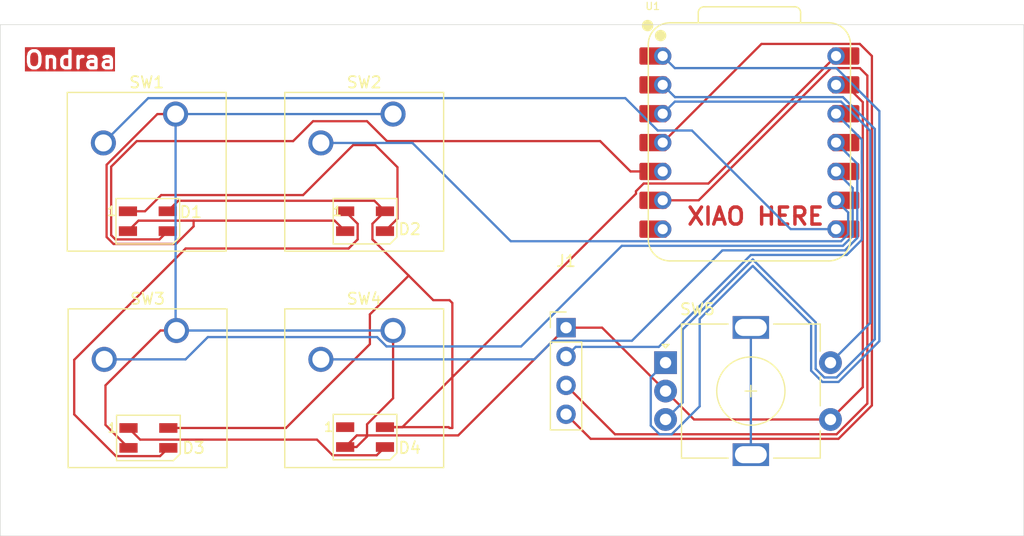
<source format=kicad_pcb>
(kicad_pcb (version 20241229) (generator "pcbnew") (generator_version "9.0")
  (layers (0 "F.Cu" signal) (2 "B.Cu" signal) (13 "F.Paste" user) (15 "B.Paste" user) (5 "F.SilkS" user "F.Silkscreen") (7 "B.SilkS" user "B.Silkscreen") (1 "F.Mask" user) (3 "B.Mask" user) (25 "Edge.Cuts" user))
  (net 0 "")
  (net 1 "Net-(D1-DOUT)")
  (net 2 "+5V")
  (net 3 "Net-(D1-DIN)")
  (net 4 "GND")
  (net 5 "Net-(D2-DOUT)")
  (net 6 "Net-(U1-GPIO1{slash}RX)")
  (net 7 "Net-(U1-GPIO2{slash}SCK)")
  (net 8 "Net-(U1-GPIO4{slash}MISO)")
  (net 9 "Net-(U1-GPIO3{slash}MOSI)")
  (net 10 "Net-(D3-DOUT)")
  (net 12 "Net-(J1-Pin_4)")
  (net 14 "Net-(J1-Pin_3)")
  (net 15 "Net-(J1-Pin_2)")
  (net 16 "unconnected-(SW5-PadMP)")
  (net 17 "Net-(U1-GPIO27{slash}ADC1{slash}A1)")
  (net 18 "Net-(U1-GPIO26{slash}ADC0{slash}A0)")
  (net 19 "Net-(U1-GPIO28{slash}ADC2{slash}A2)")
  (footprint "LED_SMD:LED_SK6812MINI_PLCC4_3.5x3.5mm_P1.75mm" (layer "F.Cu") (at 103.975 62.3)
    (property "Reference" "D1" (at 3.775 -0.8 0) (layer "F.SilkS"))
    (property "Value" "SK6812MINI")
    (fp_line (start -2.8 -2) (end -2.8 2) (stroke (width 0.12)) (layer "F.SilkS"))
    (fp_line (start -2.8 -2) (end 2.8 -2) (stroke (width 0.12)) (layer "F.SilkS"))
    (fp_line (start -2.8 2) (end 2.2 2) (stroke (width 0.12)) (layer "F.SilkS"))
    (fp_line (start 2.8 1.4) (end 2.2 2) (stroke (width 0.12)) (layer "F.SilkS"))
    (fp_line (start 2.8 1.4) (end 2.8 -2) (stroke (width 0.12)) (layer "F.SilkS"))
    (fp_text user "1" (at -3.2 -0.875 0) (layer "F.SilkS") (effects (font (size 0.8 0.8))))
    (pad "1" smd rect (at -1.75 -0.875) (size 1.6 0.85) (layers "F.Cu" "F.Mask" "F.Paste") (net 1 "Net-(D1-DOUT)"))
    (pad "2" smd rect (at -1.75 0.875) (size 1.6 0.85) (layers "F.Cu" "F.Mask" "F.Paste") (net 4 "GND"))
    (pad "3" smd rect (at 1.75 0.875) (size 1.6 0.85) (layers "F.Cu" "F.Mask" "F.Paste") (net 3 "Net-(D1-DIN)"))
    (pad "4" smd rect (at 1.75 -0.875) (size 1.6 0.85) (layers "F.Cu" "F.Mask" "F.Paste") (net 2 "+5V"))
  )
  (footprint "Rotary_Encoder:RotaryEncoder_Alps_EC11E-Switch_Vertical_H20mm" (layer "F.Cu") (at 149.5 74.75)
    (property "Reference" "SW5" (at 2.8 -4.7 0) (layer "F.SilkS"))
    (property "Value" "RotaryEncoder_Switch_MP")
    (fp_line (start -0.3 -1.6) (end 0.3 -1.6) (stroke (width 0.12)) (layer "F.SilkS"))
    (fp_line (start 0 -1.3) (end -0.3 -1.6) (stroke (width 0.12)) (layer "F.SilkS"))
    (fp_line (start 0.3 -1.6) (end 0 -1.3) (stroke (width 0.12)) (layer "F.SilkS"))
    (fp_line (start 1.4 -3.4) (end 1.4 8.4) (stroke (width 0.12)) (layer "F.SilkS"))
    (fp_line (start 5.5 -3.4) (end 1.4 -3.4) (stroke (width 0.12)) (layer "F.SilkS"))
    (fp_line (start 5.5 8.4) (end 1.4 8.4) (stroke (width 0.12)) (layer "F.SilkS"))
    (fp_line (start 7 2.5) (end 8 2.5) (stroke (width 0.12)) (layer "F.SilkS"))
    (fp_line (start 7.5 2) (end 7.5 3) (stroke (width 0.12)) (layer "F.SilkS"))
    (fp_line (start 9.5 -3.4) (end 13.6 -3.4) (stroke (width 0.12)) (layer "F.SilkS"))
    (fp_line (start 13.6 -3.4) (end 13.6 -1) (stroke (width 0.12)) (layer "F.SilkS"))
    (fp_line (start 13.6 1.2) (end 13.6 3.8) (stroke (width 0.12)) (layer "F.SilkS"))
    (fp_line (start 13.6 6) (end 13.6 8.4) (stroke (width 0.12)) (layer "F.SilkS"))
    (fp_line (start 13.6 8.4) (end 9.5 8.4) (stroke (width 0.12)) (layer "F.SilkS"))
    (fp_circle (center 7.5 2.5) (end 10.5 2.5) (stroke (width 0.12)) (fill no) (layer "F.SilkS"))
    (pad "A" thru_hole rect (at 0 0) (size 2 2) (drill 1) (layers "*.Cu" "*.Mask") (net 18 "Net-(U1-GPIO26{slash}ADC0{slash}A0)"))
    (pad "B" thru_hole circle (at 0 5) (size 2 2) (drill 1) (layers "*.Cu" "*.Mask") (net 17 "Net-(U1-GPIO27{slash}ADC1{slash}A1)"))
    (pad "C" thru_hole circle (at 0 2.5) (size 2 2) (drill 1) (layers "*.Cu" "*.Mask") (net 4 "GND"))
    (pad "MP" thru_hole rect (at 7.5 -3.1) (size 3.2 2) (drill oval 2.8 1.5) (layers "*.Cu" "*.Mask") (net 16 "unconnected-(SW5-PadMP)"))
    (pad "MP" thru_hole rect (at 7.5 8.1) (size 3.2 2) (drill oval 2.8 1.5) (layers "*.Cu" "*.Mask") (net 16 "unconnected-(SW5-PadMP)"))
    (pad "S1" thru_hole circle (at 14.5 5) (size 2 2) (drill 1) (layers "*.Cu" "*.Mask") (net 4 "GND"))
    (pad "S2" thru_hole circle (at 14.5 0) (size 2 2) (drill 1) (layers "*.Cu" "*.Mask") (net 19 "Net-(U1-GPIO28{slash}ADC2{slash}A2)"))
  )
  (footprint "Button_Switch_Keyboard:SW_Cherry_MX_1.00u_PCB" (layer "F.Cu") (at 125.54 71.92)
    (property "Reference" "SW4" (at -2.54 -2.794 0) (layer "F.SilkS"))
    (property "Value" "SW_Push")
    (fp_line (start -9.525 -1.905) (end 4.445 -1.905) (stroke (width 0.12)) (layer "F.SilkS"))
    (fp_line (start -9.525 12.065) (end -9.525 -1.905) (stroke (width 0.12)) (layer "F.SilkS"))
    (fp_line (start 4.445 -1.905) (end 4.445 12.065) (stroke (width 0.12)) (layer "F.SilkS"))
    (fp_line (start 4.445 12.065) (end -9.525 12.065) (stroke (width 0.12)) (layer "F.SilkS"))
    (pad "" np_thru_hole circle (at -7.62 5.08) (size 1.7 1.7) (drill 1.7) (layers "*.Cu" "*.Mask"))
    (pad "" np_thru_hole circle (at -2.54 5.08) (size 4 4) (drill 4) (layers "*.Cu" "*.Mask"))
    (pad "" np_thru_hole circle (at 2.54 5.08) (size 1.7 1.7) (drill 1.7) (layers "*.Cu" "*.Mask"))
    (pad "1" thru_hole circle (at 0 0) (size 2.2 2.2) (drill 1.5) (layers "*.Cu" "*.Mask") (net 4 "GND"))
    (pad "2" thru_hole circle (at -6.35 2.54) (size 2.2 2.2) (drill 1.5) (layers "*.Cu" "*.Mask") (net 9 "Net-(U1-GPIO3{slash}MOSI)"))
  )
  (footprint "Button_Switch_Keyboard:SW_Cherry_MX_1.00u_PCB" (layer "F.Cu") (at 106.49 71.92)
    (property "Reference" "SW3" (at -2.54 -2.794 0) (layer "F.SilkS"))
    (property "Value" "SW_Push")
    (fp_line (start -9.525 -1.905) (end 4.445 -1.905) (stroke (width 0.12)) (layer "F.SilkS"))
    (fp_line (start -9.525 12.065) (end -9.525 -1.905) (stroke (width 0.12)) (layer "F.SilkS"))
    (fp_line (start 4.445 -1.905) (end 4.445 12.065) (stroke (width 0.12)) (layer "F.SilkS"))
    (fp_line (start 4.445 12.065) (end -9.525 12.065) (stroke (width 0.12)) (layer "F.SilkS"))
    (pad "" np_thru_hole circle (at -7.62 5.08) (size 1.7 1.7) (drill 1.7) (layers "*.Cu" "*.Mask"))
    (pad "" np_thru_hole circle (at -2.54 5.08) (size 4 4) (drill 4) (layers "*.Cu" "*.Mask"))
    (pad "" np_thru_hole circle (at 2.54 5.08) (size 1.7 1.7) (drill 1.7) (layers "*.Cu" "*.Mask"))
    (pad "1" thru_hole circle (at 0 0) (size 2.2 2.2) (drill 1.5) (layers "*.Cu" "*.Mask") (net 4 "GND"))
    (pad "2" thru_hole circle (at -6.35 2.54) (size 2.2 2.2) (drill 1.5) (layers "*.Cu" "*.Mask") (net 8 "Net-(U1-GPIO4{slash}MISO)"))
  )
  (footprint "LED_SMD:LED_SK6812MINI_PLCC4_3.5x3.5mm_P1.75mm" (layer "F.Cu") (at 123.075 62.3)
    (property "Reference" "D2" (at 3.925 0.7 0) (layer "F.SilkS"))
    (property "Value" "SK6812MINI")
    (fp_line (start -2.8 -2) (end -2.8 2) (stroke (width 0.12)) (layer "F.SilkS"))
    (fp_line (start -2.8 -2) (end 2.8 -2) (stroke (width 0.12)) (layer "F.SilkS"))
    (fp_line (start -2.8 2) (end 2.2 2) (stroke (width 0.12)) (layer "F.SilkS"))
    (fp_line (start 2.8 1.4) (end 2.2 2) (stroke (width 0.12)) (layer "F.SilkS"))
    (fp_line (start 2.8 1.4) (end 2.8 -2) (stroke (width 0.12)) (layer "F.SilkS"))
    (pad "1" smd rect (at -1.75 -0.875) (size 1.6 0.85) (layers "F.Cu" "F.Mask" "F.Paste") (net 5 "Net-(D2-DOUT)"))
    (pad "2" smd rect (at -1.75 0.875) (size 1.6 0.85) (layers "F.Cu" "F.Mask" "F.Paste") (net 4 "GND"))
    (pad "3" smd rect (at 1.75 0.875) (size 1.6 0.85) (layers "F.Cu" "F.Mask" "F.Paste") (net 1 "Net-(D1-DOUT)"))
    (pad "4" smd rect (at 1.75 -0.875) (size 1.6 0.85) (layers "F.Cu" "F.Mask" "F.Paste") (net 2 "+5V"))
  )
  (footprint "OPL Lib:XIAO-RP2040-DIP" (layer "F.Cu") (at 156.87 55.38)
    (property "Reference" "U1" (at -8.5 -12 0) (layer "F.SilkS") (effects (font (size 0.635 0.635) (thickness 0.1016))))
    (property "Value" "XIAO-RP2040-DIP")
    (fp_line (start -8.89 8.509) (end -8.89 -8.636) (stroke (width 0.127)) (layer "F.SilkS"))
    (fp_line (start -6.985 10.414) (end 6.985 10.414) (stroke (width 0.127)) (layer "F.SilkS"))
    (fp_line (start -4.495 -10.541) (end -4.491272 -11.451272) (stroke (width 0.127)) (layer "F.SilkS"))
    (fp_line (start -3.991272 -11.951) (end 4.004 -11.951) (stroke (width 0.127)) (layer "F.SilkS"))
    (fp_line (start 4.504 -11.451) (end 4.504 -10.541) (stroke (width 0.127)) (layer "F.SilkS"))
    (fp_line (start 6.985 -10.541) (end -6.985 -10.541) (stroke (width 0.1)) (layer "F.SilkS"))
    (fp_line (start 6.985 -10.541) (end -6.985 -10.541) (stroke (width 0.127)) (layer "F.SilkS"))
    (fp_line (start 8.89 8.509) (end 8.89 -8.636) (stroke (width 0.127)) (layer "F.SilkS"))
    (fp_arc (start -8.89 -8.636) (mid -8.332038 -9.983038) (end -6.985 -10.541) (stroke (width 0.127)) (layer "F.SilkS"))
    (fp_arc (start -6.985 10.414) (mid -8.332038 9.856038) (end -8.89 8.509) (stroke (width 0.127)) (layer "F.SilkS"))
    (fp_arc (start -4.491272 -11.451272) (mid -4.344728 -11.80464) (end -3.991272 -11.951) (stroke (width 0.127)) (layer "F.SilkS"))
    (fp_arc (start 4.004 -11.951) (mid 4.357553 -11.804553) (end 4.504 -11.451) (stroke (width 0.127)) (layer "F.SilkS"))
    (fp_arc (start 6.985 -10.541) (mid 8.332038 -9.983038) (end 8.89 -8.636) (stroke (width 0.127)) (layer "F.SilkS"))
    (fp_arc (start 8.89 8.509) (mid 8.332038 9.856038) (end 6.985 10.414) (stroke (width 0.127)) (layer "F.SilkS"))
    (fp_circle (center -8.95 -10.3) (end -8.95 -10.554) (stroke (width 0.5)) (fill yes) (layer "F.SilkS"))
    (fp_circle (center -7.807 -9.42) (end -7.807 -9.674) (stroke (width 0.5)) (fill yes) (layer "F.SilkS"))
    (pad "1" smd roundrect (at -8.455 -7.62 180) (size 2.432 1.524) (layers "F.Cu" "F.Mask") (roundrect_rratio 0.1) (net 18 "Net-(U1-GPIO26{slash}ADC0{slash}A0)"))
    (pad "1" thru_hole circle (at -7.62 -7.62 180) (size 1.524 1.524) (drill 0.889) (layers "*.Cu" "*.Mask") (net 18 "Net-(U1-GPIO26{slash}ADC0{slash}A0)"))
    (pad "2" smd roundrect (at -8.455 -5.08 180) (size 2.432 1.524) (layers "F.Cu" "F.Mask") (roundrect_rratio 0.1) (net 17 "Net-(U1-GPIO27{slash}ADC1{slash}A1)"))
    (pad "2" thru_hole circle (at -7.62 -5.08 180) (size 1.524 1.524) (drill 0.889) (layers "*.Cu" "*.Mask") (net 17 "Net-(U1-GPIO27{slash}ADC1{slash}A1)"))
    (pad "3" smd roundrect (at -8.455 -2.54 180) (size 2.432 1.524) (layers "F.Cu" "F.Mask") (roundrect_rratio 0.1) (net 19 "Net-(U1-GPIO28{slash}ADC2{slash}A2)"))
    (pad "3" thru_hole circle (at -7.62 -2.54 180) (size 1.524 1.524) (drill 0.889) (layers "*.Cu" "*.Mask") (net 19 "Net-(U1-GPIO28{slash}ADC2{slash}A2)"))
    (pad "4" smd roundrect (at -8.455 0 180) (size 2.432 1.524) (layers "F.Cu" "F.Mask") (roundrect_rratio 0.1) (net 12 "Net-(J1-Pin_4)"))
    (pad "4" thru_hole circle (at -7.62 0 180) (size 1.524 1.524) (drill 0.889) (layers "*.Cu" "*.Mask") (net 12 "Net-(J1-Pin_4)"))
    (pad "5" smd roundrect (at -8.455 2.54 180) (size 2.432 1.524) (layers "F.Cu" "F.Mask") (roundrect_rratio 0.1) (net 3 "Net-(D1-DIN)"))
    (pad "5" thru_hole circle (at -7.62 2.54 180) (size 1.524 1.524) (drill 0.889) (layers "*.Cu" "*.Mask") (net 3 "Net-(D1-DIN)"))
    (pad "6" smd roundrect (at -8.455 5.08 180) (size 2.432 1.524) (layers "F.Cu" "F.Mask") (roundrect_rratio 0.1) (net 14 "Net-(J1-Pin_3)"))
    (pad "6" thru_hole circle (at -7.62 5.08 180) (size 1.524 1.524) (drill 0.889) (layers "*.Cu" "*.Mask") (net 14 "Net-(J1-Pin_3)"))
    (pad "7" smd roundrect (at -8.455 7.62 180) (size 2.432 1.524) (layers "F.Cu" "F.Mask") (roundrect_rratio 0.1))
    (pad "7" thru_hole circle (at -7.62 7.62 180) (size 1.524 1.524) (drill 0.889) (layers "*.Cu" "*.Mask"))
    (pad "8" thru_hole circle (at 7.62 7.62) (size 1.524 1.524) (drill 0.889) (layers "*.Cu" "*.Mask") (net 6 "Net-(U1-GPIO1{slash}RX)"))
    (pad "8" smd roundrect (at 8.455 7.62) (size 2.432 1.524) (layers "F.Cu" "F.Mask") (roundrect_rratio 0.1) (net 6 "Net-(U1-GPIO1{slash}RX)"))
    (pad "9" thru_hole circle (at 7.62 5.08) (size 1.524 1.524) (drill 0.889) (layers "*.Cu" "*.Mask") (net 7 "Net-(U1-GPIO2{slash}SCK)"))
    (pad "9" smd roundrect (at 8.455 5.08) (size 2.432 1.524) (layers "F.Cu" "F.Mask") (roundrect_rratio 0.1) (net 7 "Net-(U1-GPIO2{slash}SCK)"))
    (pad "10" thru_hole circle (at 7.62 2.54) (size 1.524 1.524) (drill 0.889) (layers "*.Cu" "*.Mask") (net 8 "Net-(U1-GPIO4{slash}MISO)"))
    (pad "10" smd roundrect (at 8.455 2.54) (size 2.432 1.524) (layers "F.Cu" "F.Mask") (roundrect_rratio 0.1) (net 8 "Net-(U1-GPIO4{slash}MISO)"))
    (pad "11" thru_hole circle (at 7.62 0) (size 1.524 1.524) (drill 0.889) (layers "*.Cu" "*.Mask") (net 9 "Net-(U1-GPIO3{slash}MOSI)"))
    (pad "11" smd roundrect (at 8.455 0) (size 2.432 1.524) (layers "F.Cu" "F.Mask") (roundrect_rratio 0.1) (net 9 "Net-(U1-GPIO3{slash}MOSI)"))
    (pad "12" thru_hole circle (at 7.62 -2.54) (size 1.524 1.524) (drill 0.889) (layers "*.Cu" "*.Mask") (net 15 "Net-(J1-Pin_2)"))
    (pad "12" smd roundrect (at 8.455 -2.54) (size 2.432 1.524) (layers "F.Cu" "F.Mask") (roundrect_rratio 0.1) (net 15 "Net-(J1-Pin_2)"))
    (pad "13" thru_hole circle (at 7.62 -5.08) (size 1.524 1.524) (drill 0.889) (layers "*.Cu" "*.Mask") (net 4 "GND"))
    (pad "13" smd roundrect (at 8.455 -5.08) (size 2.432 1.524) (layers "F.Cu" "F.Mask") (roundrect_rratio 0.1) (net 4 "GND"))
    (pad "14" thru_hole circle (at 7.62 -7.62) (size 1.524 1.524) (drill 0.889) (layers "*.Cu" "*.Mask") (net 2 "+5V"))
    (pad "14" smd roundrect (at 8.455 -7.62) (size 2.432 1.524) (layers "F.Cu" "F.Mask") (roundrect_rratio 0.1) (net 2 "+5V"))
  )
  (footprint "LED_SMD:LED_SK6812MINI_PLCC4_3.5x3.5mm_P1.75mm" (layer "F.Cu") (at 123.075 81.3)
    (property "Reference" "D4" (at 3.925 0.95 0) (layer "F.SilkS"))
    (property "Value" "SK6812MINI")
    (fp_line (start -2.8 -2) (end -2.8 2) (stroke (width 0.12)) (layer "F.SilkS"))
    (fp_line (start -2.8 -2) (end 2.8 -2) (stroke (width 0.12)) (layer "F.SilkS"))
    (fp_line (start -2.8 2) (end 2.2 2) (stroke (width 0.12)) (layer "F.SilkS"))
    (fp_line (start 2.8 1.4) (end 2.2 2) (stroke (width 0.12)) (layer "F.SilkS"))
    (fp_line (start 2.8 1.4) (end 2.8 -2) (stroke (width 0.12)) (layer "F.SilkS"))
    (fp_text user "1" (at -3.2 -0.875 0) (layer "F.SilkS") (effects (font (size 0.8 0.8))))
    (pad "1" smd rect (at -1.75 -0.875) (size 1.6 0.85) (layers "F.Cu" "F.Mask" "F.Paste"))
    (pad "2" smd rect (at -1.75 0.875) (size 1.6 0.85) (layers "F.Cu" "F.Mask" "F.Paste") (net 4 "GND"))
    (pad "3" smd rect (at 1.75 0.875) (size 1.6 0.85) (layers "F.Cu" "F.Mask" "F.Paste") (net 10 "Net-(D3-DOUT)"))
    (pad "4" smd rect (at 1.75 -0.875) (size 1.6 0.85) (layers "F.Cu" "F.Mask" "F.Paste") (net 2 "+5V"))
  )
  (footprint "Connector_PinHeader_2.54mm:PinHeader_1x04_P2.54mm_Vertical" (layer "F.Cu") (at 140.75 71.67)
    (property "Reference" "J1" (at 0 -5.86375 0) (layer "F.SilkS"))
    (property "Value" "Conn_01x04_Socket")
    (fp_line (start -1.38 -1.38) (end 0 -1.38) (stroke (width 0.12)) (layer "F.SilkS"))
    (fp_line (start -1.38 0) (end -1.38 -1.38) (stroke (width 0.12)) (layer "F.SilkS"))
    (fp_line (start -1.38 1.27) (end -1.38 9) (stroke (width 0.12)) (layer "F.SilkS"))
    (fp_line (start -1.38 1.27) (end 1.38 1.27) (stroke (width 0.12)) (layer "F.SilkS"))
    (fp_line (start -1.38 9) (end 1.38 9) (stroke (width 0.12)) (layer "F.SilkS"))
    (fp_line (start 1.38 1.27) (end 1.38 9) (stroke (width 0.12)) (layer "F.SilkS"))
    (pad "1" thru_hole rect (at 0 0) (size 1.7 1.7) (drill 1) (layers "*.Cu" "*.Mask") (net 4 "GND"))
    (pad "2" thru_hole circle (at 0 2.54) (size 1.7 1.7) (drill 1) (layers "*.Cu" "*.Mask") (net 15 "Net-(J1-Pin_2)"))
    (pad "3" thru_hole circle (at 0 5.08) (size 1.7 1.7) (drill 1) (layers "*.Cu" "*.Mask") (net 14 "Net-(J1-Pin_3)"))
    (pad "4" thru_hole circle (at 0 7.62) (size 1.7 1.7) (drill 1) (layers "*.Cu" "*.Mask") (net 12 "Net-(J1-Pin_4)"))
  )
  (footprint "LED_SMD:LED_SK6812MINI_PLCC4_3.5x3.5mm_P1.75mm" (layer "F.Cu") (at 104.025 81.375)
    (property "Reference" "D3" (at 3.975 0.875 0) (layer "F.SilkS"))
    (property "Value" "SK6812MINI")
    (fp_line (start -2.8 -2) (end -2.8 2) (stroke (width 0.12)) (layer "F.SilkS"))
    (fp_line (start -2.8 -2) (end 2.8 -2) (stroke (width 0.12)) (layer "F.SilkS"))
    (fp_line (start -2.8 2) (end 2.2 2) (stroke (width 0.12)) (layer "F.SilkS"))
    (fp_line (start 2.8 1.4) (end 2.2 2) (stroke (width 0.12)) (layer "F.SilkS"))
    (fp_line (start 2.8 1.4) (end 2.8 -2) (stroke (width 0.12)) (layer "F.SilkS"))
    (fp_text user "1" (at -3.2 -0.875 0) (layer "F.SilkS") (effects (font (size 0.8 0.8))))
    (pad "1" smd rect (at -1.75 -0.875) (size 1.6 0.85) (layers "F.Cu" "F.Mask" "F.Paste") (net 10 "Net-(D3-DOUT)"))
    (pad "2" smd rect (at -1.75 0.875) (size 1.6 0.85) (layers "F.Cu" "F.Mask" "F.Paste") (net 4 "GND"))
    (pad "3" smd rect (at 1.75 0.875) (size 1.6 0.85) (layers "F.Cu" "F.Mask" "F.Paste") (net 5 "Net-(D2-DOUT)"))
    (pad "4" smd rect (at 1.75 -0.875) (size 1.6 0.85) (layers "F.Cu" "F.Mask" "F.Paste") (net 2 "+5V"))
  )
  (footprint "Button_Switch_Keyboard:SW_Cherry_MX_1.00u_PCB" (layer "F.Cu") (at 125.54 52.87)
    (property "Reference" "SW2" (at -2.54 -2.794 0) (layer "F.SilkS"))
    (property "Value" "SW_Push")
    (fp_line (start -9.525 -1.905) (end 4.445 -1.905) (stroke (width 0.12)) (layer "F.SilkS"))
    (fp_line (start -9.525 12.065) (end -9.525 -1.905) (stroke (width 0.12)) (layer "F.SilkS"))
    (fp_line (start 4.445 -1.905) (end 4.445 12.065) (stroke (width 0.12)) (layer "F.SilkS"))
    (fp_line (start 4.445 12.065) (end -9.525 12.065) (stroke (width 0.12)) (layer "F.SilkS"))
    (pad "" np_thru_hole circle (at -7.62 5.08) (size 1.7 1.7) (drill 1.7) (layers "*.Cu" "*.Mask"))
    (pad "" np_thru_hole circle (at -2.54 5.08) (size 4 4) (drill 4) (layers "*.Cu" "*.Mask"))
    (pad "" np_thru_hole circle (at 2.54 5.08) (size 1.7 1.7) (drill 1.7) (layers "*.Cu" "*.Mask"))
    (pad "1" thru_hole circle (at 0 0) (size 2.2 2.2) (drill 1.5) (layers "*.Cu" "*.Mask") (net 4 "GND"))
    (pad "2" thru_hole circle (at -6.35 2.54) (size 2.2 2.2) (drill 1.5) (layers "*.Cu" "*.Mask") (net 7 "Net-(U1-GPIO2{slash}SCK)"))
  )
  (footprint "Button_Switch_Keyboard:SW_Cherry_MX_1.00u_PCB" (layer "F.Cu") (at 106.415 52.87)
    (property "Reference" "SW1" (at -2.54 -2.794 0) (layer "F.SilkS"))
    (property "Value" "SW_Push")
    (fp_line (start -9.525 -1.905) (end 4.445 -1.905) (stroke (width 0.12)) (layer "F.SilkS"))
    (fp_line (start -9.525 12.065) (end -9.525 -1.905) (stroke (width 0.12)) (layer "F.SilkS"))
    (fp_line (start 4.445 -1.905) (end 4.445 12.065) (stroke (width 0.12)) (layer "F.SilkS"))
    (fp_line (start 4.445 12.065) (end -9.525 12.065) (stroke (width 0.12)) (layer "F.SilkS"))
    (pad "" np_thru_hole circle (at -7.62 5.08) (size 1.7 1.7) (drill 1.7) (layers "*.Cu" "*.Mask"))
    (pad "" np_thru_hole circle (at -2.54 5.08) (size 4 4) (drill 4) (layers "*.Cu" "*.Mask"))
    (pad "" np_thru_hole circle (at 2.54 5.08) (size 1.7 1.7) (drill 1.7) (layers "*.Cu" "*.Mask"))
    (pad "1" thru_hole circle (at 0 0) (size 2.2 2.2) (drill 1.5) (layers "*.Cu" "*.Mask") (net 4 "GND"))
    (pad "2" thru_hole circle (at -6.35 2.54) (size 2.2 2.2) (drill 1.5) (layers "*.Cu" "*.Mask") (net 6 "Net-(U1-GPIO1{slash}RX)"))
  )
  (gr_rect (start 91 45) (end 181 90) (stroke (width 0.05)) (fill no) (layer "Edge.Cuts"))
  (gr_text "XIAO HERE" (at 151.25 62.75 0) (layer "F.Cu") (effects (font (size 1.5 1.5) (thickness 0.3) (bold yes)) (justify left bottom)))
  (gr_text "Ondraa" (at 93 49 0) (layer "F.Cu" knockout) (effects (font (size 1.5 1.5) (thickness 0.3) (bold yes)) (justify left bottom)))
  (gr_text "1" (at 120.64075 61.425 0) (layer "F.SilkS") (effects (font (size 0.8 0.8))))
  (segment (start 117.625184 60) (end 105.149816 60) (width 0.2) (layer "F.Cu") (net 1))
  (segment (start 125.926 62.074) (end 125.926 57.551184) (width 0.2) (layer "F.Cu") (net 1))
  (segment (start 122.026184 55.599) (end 117.625184 60) (width 0.2) (layer "F.Cu") (net 1))
  (segment (start 124.825 63.175) (end 125.926 62.074) (width 0.2) (layer "F.Cu") (net 1))
  (segment (start 123.973816 55.599) (end 122.026184 55.599) (width 0.2) (layer "F.Cu") (net 1))
  (segment (start 103.724816 61.425) (end 102.225 61.425) (width 0.2) (layer "F.Cu") (net 1))
  (segment (start 105.149816 60) (end 103.724816 61.425) (width 0.2) (layer "F.Cu") (net 1))
  (segment (start 125.926 57.551184) (end 123.973816 55.599) (width 0.2) (layer "F.Cu") (net 1))
  (segment (start 124.825 61.425) (end 123.724 62.526) (width 0.2) (layer "F.Cu") (net 2))
  (segment (start 146.898 59.88047) (end 146.898 59.658374) (width 0.2) (layer "F.Cu") (net 2))
  (segment (start 130.5 69.25) (end 130.75 69.5) (width 0.2) (layer "F.Cu") (net 2))
  (segment (start 123.9 60.5) (end 124.825 61.425) (width 0.2) (layer "F.Cu") (net 2))
  (segment (start 130.75 69.5) (end 130.75 80.5) (width 0.2) (layer "F.Cu") (net 2))
  (segment (start 105.725 61.425) (end 106.65 60.5) (width 0.2) (layer "F.Cu") (net 2))
  (segment (start 130.5 80.5) (end 130.425 80.425) (width 0.2) (layer "F.Cu") (net 2))
  (segment (start 126.35347 80.425) (end 146.898 59.88047) (width 0.2) (layer "F.Cu") (net 2))
  (segment (start 123.5 70.5) (end 126.9115 67.0885) (width 0.2) (layer "F.Cu") (net 2))
  (segment (start 153.267 58.983) (end 164.49 47.76) (width 0.2) (layer "F.Cu") (net 2))
  (segment (start 124.825 80.425) (end 126.35347 80.425) (width 0.2) (layer "F.Cu") (net 2))
  (segment (start 130.75 80.5) (end 130.5 80.5) (width 0.2) (layer "F.Cu") (net 2))
  (segment (start 106.65 60.5) (end 123.9 60.5) (width 0.2) (layer "F.Cu") (net 2))
  (segment (start 116.11847 80.5) (end 123.5 73.11847) (width 0.2) (layer "F.Cu") (net 2))
  (segment (start 123.724 63.901) (end 126.9115 67.0885) (width 0.2) (layer "F.Cu") (net 2))
  (segment (start 130.425 80.425) (end 124.825 80.425) (width 0.2) (layer "F.Cu") (net 2))
  (segment (start 123.724 62.526) (end 123.724 63.901) (width 0.2) (layer "F.Cu") (net 2))
  (segment (start 129.073 69.25) (end 130.5 69.25) (width 0.2) (layer "F.Cu") (net 2))
  (segment (start 146.898 59.658374) (end 147.573374 58.983) (width 0.2) (layer "F.Cu") (net 2))
  (segment (start 105.775 80.5) (end 116.11847 80.5) (width 0.2) (layer "F.Cu") (net 2))
  (segment (start 147.573374 58.983) (end 153.267 58.983) (width 0.2) (layer "F.Cu") (net 2))
  (segment (start 123.5 73.11847) (end 123.5 70.5) (width 0.2) (layer "F.Cu") (net 2))
  (segment (start 126.9115 67.0885) (end 129.073 69.25) (width 0.2) (layer "F.Cu") (net 2))
  (segment (start 105.725 63.175) (end 105.725 63.225) (width 0.2) (layer "F.Cu") (net 3))
  (segment (start 118.5 53.5) (end 123.25 53.5) (width 0.2) (layer "F.Cu") (net 3))
  (segment (start 104.999 63.901) (end 101.124 63.901) (width 0.2) (layer "F.Cu") (net 3))
  (segment (start 105.725 63.175) (end 104.999 63.901) (width 0.2) (layer "F.Cu") (net 3))
  (segment (start 100.75 63.527) (end 100.75 57.5) (width 0.2) (layer "F.Cu") (net 3))
  (segment (start 123.25 53.5) (end 125 55.25) (width 0.2) (layer "F.Cu") (net 3))
  (segment (start 146.42 57.92) (end 148.415 57.92) (width 0.2) (layer "F.Cu") (net 3))
  (segment (start 103 55.25) (end 116.75 55.25) (width 0.2) (layer "F.Cu") (net 3))
  (segment (start 125 55.25) (end 143.75 55.25) (width 0.2) (layer "F.Cu") (net 3))
  (segment (start 116.75 55.25) (end 118.5 53.5) (width 0.2) (layer "F.Cu") (net 3))
  (segment (start 101.124 63.901) (end 100.75 63.527) (width 0.2) (layer "F.Cu") (net 3))
  (segment (start 105.725 63.225) (end 105.75 63.25) (width 0.2) (layer "F.Cu") (net 3))
  (segment (start 143.75 55.25) (end 146.42 57.92) (width 0.2) (layer "F.Cu") (net 3))
  (segment (start 100.75 57.5) (end 103 55.25) (width 0.2) (layer "F.Cu") (net 3))
  (segment (start 122.349 81.151) (end 131.269 81.151) (width 0.2) (layer "F.Cu") (net 4))
  (segment (start 123.25 80.173) (end 125.54 77.883) (width 0.2) (layer "F.Cu") (net 4))
  (segment (start 152 79.75) (end 164 79.75) (width 0.2) (layer "F.Cu") (net 4))
  (segment (start 121.325 82.175) (end 122.325 82.175) (width 0.2) (layer "F.Cu") (net 4))
  (segment (start 102.225 63.175) (end 103.15 62.25) (width 0.2) (layer "F.Cu") (net 4))
  (segment (start 103.15 62.25) (end 108 62.25) (width 0.2) (layer "F.Cu") (net 4))
  (segment (start 166.842 51.817) (end 165.325 50.3) (width 0.2) (layer "F.Cu") (net 4))
  (segment (start 131.269 81.151) (end 140.75 71.67) (width 0.2) (layer "F.Cu") (net 4))
  (segment (start 140.75 71.67) (end 143.92 71.67) (width 0.2) (layer "F.Cu") (net 4))
  (segment (start 100.25 76.75) (end 105.08 71.92) (width 0.2) (layer "F.Cu") (net 4))
  (segment (start 121.325 82.175) (end 122.349 81.151) (width 0.2) (layer "F.Cu") (net 4))
  (segment (start 166.842 76.908) (end 166.842 51.817) (width 0.2) (layer "F.Cu") (net 4))
  (segment (start 100.25 80.225) (end 100.25 76.75) (width 0.2) (layer "F.Cu") (net 4))
  (segment (start 108 62.75) (end 106.448 64.302) (width 0.2) (layer "F.Cu") (net 4))
  (segment (start 143.92 71.67) (end 149.5 77.25) (width 0.2) (layer "F.Cu") (net 4))
  (segment (start 120.4 62.25) (end 121.325 63.175) (width 0.2) (layer "F.Cu") (net 4))
  (segment (start 125.54 77.883) (end 125.54 71.92) (width 0.2) (layer "F.Cu") (net 4))
  (segment (start 164 79.75) (end 166.842 76.908) (width 0.2) (layer "F.Cu") (net 4))
  (segment (start 100.9579 64.302) (end 100.349 63.6931) (width 0.2) (layer "F.Cu") (net 4))
  (segment (start 100.349 63.6931) (end 100.349 57.3339) (width 0.2) (layer "F.Cu") (net 4))
  (segment (start 104.8129 52.87) (end 106.415 52.87) (width 0.2) (layer "F.Cu") (net 4))
  (segment (start 105.08 71.92) (end 106.49 71.92) (width 0.2) (layer "F.Cu") (net 4))
  (segment (start 108 62.25) (end 108 62.75) (width 0.2) (layer "F.Cu") (net 4))
  (segment (start 149.5 77.25) (end 152 79.75) (width 0.2) (layer "F.Cu") (net 4))
  (segment (start 108 62.25) (end 120.4 62.25) (width 0.2) (layer "F.Cu") (net 4))
  (segment (start 100.349 57.3339) (end 104.8129 52.87) (width 0.2) (layer "F.Cu") (net 4))
  (segment (start 123.25 81.25) (end 123.25 80.173) (width 0.2) (layer "F.Cu") (net 4))
  (segment (start 106.448 64.302) (end 100.9579 64.302) (width 0.2) (layer "F.Cu") (net 4))
  (segment (start 122.325 82.175) (end 123.25 81.25) (width 0.2) (layer "F.Cu") (net 4))
  (segment (start 102.275 82.25) (end 100.25 80.225) (width 0.2) (layer "F.Cu") (net 4))
  (segment (start 106.415 52.87) (end 106.415 71.845) (width 0.2) (layer "B.Cu") (net 4))
  (segment (start 106.415 52.87) (end 125.54 52.87) (width 0.2) (layer "B.Cu") (net 4))
  (segment (start 106.49 71.92) (end 125.54 71.92) (width 0.2) (layer "B.Cu") (net 4))
  (segment (start 106.415 71.845) (end 106.49 71.92) (width 0.2) (layer "B.Cu") (net 4))
  (segment (start 105.049 82.976) (end 105.775 82.25) (width 0.2) (layer "F.Cu") (net 5))
  (segment (start 122.426 63.901) (end 121.624 64.703) (width 0.2) (layer "F.Cu") (net 5))
  (segment (start 101.174 82.976) (end 105.049 82.976) (width 0.2) (layer "F.Cu") (net 5))
  (segment (start 97.5 74.5) (end 97.5 79.302) (width 0.2) (layer "F.Cu") (net 5))
  (segment (start 97.5 79.302) (end 101.174 82.976) (width 0.2) (layer "F.Cu") (net 5))
  (segment (start 107.297 64.703) (end 97.5 74.5) (width 0.2) (layer "F.Cu") (net 5))
  (segment (start 121.325 61.425) (end 122.426 62.526) (width 0.2) (layer "F.Cu") (net 5))
  (segment (start 121.624 64.703) (end 107.297 64.703) (width 0.2) (layer "F.Cu") (net 5))
  (segment (start 122.426 62.526) (end 122.426 63.901) (width 0.2) (layer "F.Cu") (net 5))
  (segment (start 145.96169 51.469) (end 148.80969 54.317) (width 0.2) (layer "B.Cu") (net 6))
  (segment (start 104.006 51.469) (end 145.96169 51.469) (width 0.2) (layer "B.Cu") (net 6))
  (segment (start 151.817 54.317) (end 160.5 63) (width 0.2) (layer "B.Cu") (net 6))
  (segment (start 148.80969 54.317) (end 151.817 54.317) (width 0.2) (layer "B.Cu") (net 6))
  (segment (start 160.5 63) (end 164.49 63) (width 0.2) (layer "B.Cu") (net 6))
  (segment (start 100.065 55.41) (end 104.006 51.469) (width 0.2) (layer "B.Cu") (net 6))
  (segment (start 127.23847 55.41) (end 135.89147 64.063) (width 0.2) (layer "B.Cu") (net 7))
  (segment (start 165.553 61.523) (end 164.49 60.46) (width 0.2) (layer "B.Cu") (net 7))
  (segment (start 119.19 55.41) (end 127.23847 55.41) (width 0.2) (layer "B.Cu") (net 7))
  (segment (start 135.89147 64.063) (end 164.93031 64.063) (width 0.2) (layer "B.Cu") (net 7))
  (segment (start 165.553 63.44031) (end 165.553 61.523) (width 0.2) (layer "B.Cu") (net 7))
  (segment (start 164.93031 64.063) (end 165.553 63.44031) (width 0.2) (layer "B.Cu") (net 7))
  (segment (start 165.954 63.60641) (end 165.954 59.384) (width 0.2) (layer "B.Cu") (net 8))
  (segment (start 165.09641 64.464) (end 165.954 63.60641) (width 0.2) (layer "B.Cu") (net 8))
  (segment (start 136.797 73.321) (end 145.654 64.464) (width 0.2) (layer "B.Cu") (net 8))
  (segment (start 107.29 74.46) (end 109.249686 72.500314) (width 0.2) (layer "B.Cu") (net 8))
  (segment (start 100.14 74.46) (end 107.29 74.46) (width 0.2) (layer "B.Cu") (net 8))
  (segment (start 145.654 64.464) (end 165.09641 64.464) (width 0.2) (layer "B.Cu") (net 8))
  (segment (start 109.249686 72.500314) (end 124.139 72.500314) (width 0.2) (layer "B.Cu") (net 8))
  (segment (start 124.959686 73.321) (end 136.797 73.321) (width 0.2) (layer "B.Cu") (net 8))
  (segment (start 124.139 72.500314) (end 124.959686 73.321) (width 0.2) (layer "B.Cu") (net 8))
  (segment (start 165.954 59.384) (end 164.49 57.92) (width 0.2) (layer "B.Cu") (net 8))
  (segment (start 137.96 74.46) (end 139.599 72.821) (width 0.2) (layer "B.Cu") (net 9))
  (segment (start 119.19 74.46) (end 137.96 74.46) (width 0.2) (layer "B.Cu") (net 9))
  (segment (start 165.26251 64.865) (end 166.355 63.77251) (width 0.2) (layer "B.Cu") (net 9))
  (segment (start 154.5 64.865) (end 165.26251 64.865) (width 0.2) (layer "B.Cu") (net 9))
  (segment (start 139.599 72.821) (end 146.544 72.821) (width 0.2) (layer "B.Cu") (net 9))
  (segment (start 166.355 57.245) (end 164.49 55.38) (width 0.2) (layer "B.Cu") (net 9))
  (segment (start 146.544 72.821) (end 154.5 64.865) (width 0.2) (layer "B.Cu") (net 9))
  (segment (start 166.355 63.77251) (end 166.355 57.245) (width 0.2) (layer "B.Cu") (net 9))
  (segment (start 118.847 81.524) (end 120.224 82.901) (width 0.2) (layer "F.Cu") (net 10))
  (segment (start 102.275 80.5) (end 103.299 81.524) (width 0.2) (layer "F.Cu") (net 10))
  (segment (start 103.299 81.524) (end 118.847 81.524) (width 0.2) (layer "F.Cu") (net 10))
  (segment (start 124.099 82.901) (end 124.825 82.175) (width 0.2) (layer "F.Cu") (net 10))
  (segment (start 120.224 82.901) (end 124.099 82.901) (width 0.2) (layer "F.Cu") (net 10))
  (segment (start 164.704992 81.452) (end 167.644 78.512992) (width 0.2) (layer "F.Cu") (net 12))
  (segment (start 142.912 81.452) (end 164.704992 81.452) (width 0.2) (layer "F.Cu") (net 12))
  (segment (start 167.644 47.760374) (end 166.580626 46.697) (width 0.2) (layer "F.Cu") (net 12))
  (segment (start 140.75 79.29) (end 142.912 81.452) (width 0.2) (layer "F.Cu") (net 12))
  (segment (start 166.580626 46.697) (end 157.933 46.697) (width 0.2) (layer "F.Cu") (net 12))
  (segment (start 167.644 78.512992) (end 167.644 47.760374) (width 0.2) (layer "F.Cu") (net 12))
  (segment (start 157.933 46.697) (end 149.25 55.38) (width 0.2) (layer "F.Cu") (net 12))
  (segment (start 152.41269 60.46) (end 149.25 60.46) (width 0.2) (layer "F.Cu") (net 14))
  (segment (start 167.243 78.346892) (end 167.243 49.485374) (width 0.2) (layer "F.Cu") (net 14))
  (segment (start 167.243 49.485374) (end 166.580626 48.823) (width 0.2) (layer "F.Cu") (net 14))
  (segment (start 145.051 81.051) (end 164.538892 81.051) (width 0.2) (layer "F.Cu") (net 14))
  (segment (start 140.75 76.75) (end 145.051 81.051) (width 0.2) (layer "F.Cu") (net 14))
  (segment (start 164.538892 81.051) (end 167.243 78.346892) (width 0.2) (layer "F.Cu") (net 14))
  (segment (start 164.04969 48.823) (end 152.41269 60.46) (width 0.2) (layer "F.Cu") (net 14))
  (segment (start 166.580626 48.823) (end 164.04969 48.823) (width 0.2) (layer "F.Cu") (net 14))
  (segment (start 165.42861 65.266) (end 166.756 63.93861) (width 0.2) (layer "B.Cu") (net 15))
  (segment (start 140.75 74.21) (end 141.6 73.36) (width 0.2) (layer "B.Cu") (net 15))
  (segment (start 166.756 55.106) (end 164.49 52.84) (width 0.2) (layer "B.Cu") (net 15))
  (segment (start 141.6 73.36) (end 148.906 73.36) (width 0.2) (layer "B.Cu") (net 15))
  (segment (start 148.906 73.36) (end 157 65.266) (width 0.2) (layer "B.Cu") (net 15))
  (segment (start 166.756 63.93861) (end 166.756 55.106) (width 0.2) (layer "B.Cu") (net 15))
  (segment (start 157 65.266) (end 165.42861 65.266) (width 0.2) (layer "B.Cu") (net 15))
  (segment (start 157 71.65) (end 157 82.85) (width 0.2) (layer "B.Cu") (net 16))
  (segment (start 162.699 75.288892) (end 163.461108 76.051) (width 0.2) (layer "B.Cu") (net 17))
  (segment (start 157.1661 65.667) (end 162.699 71.1999) (width 0.2) (layer "B.Cu") (net 17))
  (segment (start 167.901 72.688892) (end 167.901 54.18059) (width 0.2) (layer "B.Cu") (net 17))
  (segment (start 165.09641 51.376) (end 150.326 51.376) (width 0.2) (layer "B.Cu") (net 17))
  (segment (start 151 71.8331) (end 157.1661 65.667) (width 0.2) (layer "B.Cu") (net 17))
  (segment (start 167.901 54.18059) (end 165.09641 51.376) (width 0.2) (layer "B.Cu") (net 17))
  (segment (start 150.326 51.376) (end 149.25 50.3) (width 0.2) (layer "B.Cu") (net 17))
  (segment (start 162.699 71.1999) (end 162.699 75.288892) (width 0.2) (layer "B.Cu") (net 17))
  (segment (start 151 78.25) (end 151 71.8331) (width 0.2) (layer "B.Cu") (net 17))
  (segment (start 163.461108 76.051) (end 164.538892 76.051) (width 0.2) (layer "B.Cu") (net 17))
  (segment (start 164.538892 76.051) (end 167.901 72.688892) (width 0.2) (layer "B.Cu") (net 17))
  (segment (start 149.5 79.75) (end 151 78.25) (width 0.2) (layer "B.Cu") (net 17))
  (segment (start 162.298 75.454992) (end 163.295008 76.452) (width 0.2) (layer "B.Cu") (net 18))
  (segment (start 148.961108 81.051) (end 150.038892 81.051) (width 0.2) (layer "B.Cu") (net 18))
  (segment (start 164.51631 48.823) (end 150.313 48.823) (width 0.2) (layer "B.Cu") (net 18))
  (segment (start 150.313 48.823) (end 149.25 47.76) (width 0.2) (layer "B.Cu") (net 18))
  (segment (start 152.5 70.9002) (end 157.1661 66.2341) (width 0.2) (layer "B.Cu") (net 18))
  (segment (start 164.704992 76.452) (end 168.302 72.854992) (width 0.2) (layer "B.Cu") (net 18))
  (segment (start 148.199 76.051) (end 148.199 80.288892) (width 0.2) (layer "B.Cu") (net 18))
  (segment (start 148.199 80.288892) (end 148.961108 81.051) (width 0.2) (layer "B.Cu") (net 18))
  (segment (start 157.1661 66.2341) (end 162.298 71.366) (width 0.2) (layer "B.Cu") (net 18))
  (segment (start 168.302 52.60869) (end 164.51631 48.823) (width 0.2) (layer "B.Cu") (net 18))
  (segment (start 168.302 72.854992) (end 168.302 52.60869) (width 0.2) (layer "B.Cu") (net 18))
  (segment (start 162.298 71.366) (end 162.298 75.454992) (width 0.2) (layer "B.Cu") (net 18))
  (segment (start 150.038892 81.051) (end 152.5 78.589892) (width 0.2) (layer "B.Cu") (net 18))
  (segment (start 163.295008 76.452) (end 164.704992 76.452) (width 0.2) (layer "B.Cu") (net 18))
  (segment (start 149.5 74.75) (end 148.199 76.051) (width 0.2) (layer "B.Cu") (net 18))
  (segment (start 152.5 78.589892) (end 152.5 70.9002) (width 0.2) (layer "B.Cu") (net 18))
  (segment (start 167.5 54.34669) (end 164.93031 51.777) (width 0.2) (layer "B.Cu") (net 19))
  (segment (start 167.5 71.25) (end 167.5 54.34669) (width 0.2) (layer "B.Cu") (net 19))
  (segment (start 150.313 51.777) (end 149.25 52.84) (width 0.2) (layer "B.Cu") (net 19))
  (segment (start 164.93031 51.777) (end 150.313 51.777) (width 0.2) (layer "B.Cu") (net 19))
  (segment (start 164 74.75) (end 167.5 71.25) (width 0.2) (layer "B.Cu") (net 19))
)
</source>
